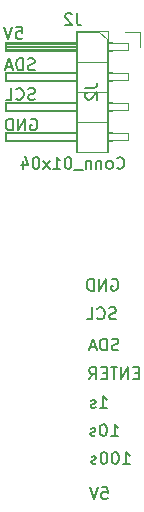
<source format=gbr>
%TF.GenerationSoftware,KiCad,Pcbnew,(5.1.7)-1*%
%TF.CreationDate,2021-12-31T12:19:26+00:00*%
%TF.ProjectId,ControlMenu-PCB,436f6e74-726f-46c4-9d65-6e752d504342,rev?*%
%TF.SameCoordinates,Original*%
%TF.FileFunction,Legend,Bot*%
%TF.FilePolarity,Positive*%
%FSLAX46Y46*%
G04 Gerber Fmt 4.6, Leading zero omitted, Abs format (unit mm)*
G04 Created by KiCad (PCBNEW (5.1.7)-1) date 2021-12-31 12:19:26*
%MOMM*%
%LPD*%
G01*
G04 APERTURE LIST*
%ADD10C,0.150000*%
%ADD11C,0.120000*%
%ADD12C,0.100000*%
G04 APERTURE END LIST*
D10*
X264380476Y-148472380D02*
X264856666Y-148472380D01*
X264904285Y-148948571D01*
X264856666Y-148900952D01*
X264761428Y-148853333D01*
X264523333Y-148853333D01*
X264428095Y-148900952D01*
X264380476Y-148948571D01*
X264332857Y-149043809D01*
X264332857Y-149281904D01*
X264380476Y-149377142D01*
X264428095Y-149424761D01*
X264523333Y-149472380D01*
X264761428Y-149472380D01*
X264856666Y-149424761D01*
X264904285Y-149377142D01*
X264047142Y-148472380D02*
X263713809Y-149472380D01*
X263380476Y-148472380D01*
X266181428Y-146512380D02*
X266752857Y-146512380D01*
X266467142Y-146512380D02*
X266467142Y-145512380D01*
X266562380Y-145655238D01*
X266657619Y-145750476D01*
X266752857Y-145798095D01*
X265562380Y-145512380D02*
X265467142Y-145512380D01*
X265371904Y-145560000D01*
X265324285Y-145607619D01*
X265276666Y-145702857D01*
X265229047Y-145893333D01*
X265229047Y-146131428D01*
X265276666Y-146321904D01*
X265324285Y-146417142D01*
X265371904Y-146464761D01*
X265467142Y-146512380D01*
X265562380Y-146512380D01*
X265657619Y-146464761D01*
X265705238Y-146417142D01*
X265752857Y-146321904D01*
X265800476Y-146131428D01*
X265800476Y-145893333D01*
X265752857Y-145702857D01*
X265705238Y-145607619D01*
X265657619Y-145560000D01*
X265562380Y-145512380D01*
X264610000Y-145512380D02*
X264514761Y-145512380D01*
X264419523Y-145560000D01*
X264371904Y-145607619D01*
X264324285Y-145702857D01*
X264276666Y-145893333D01*
X264276666Y-146131428D01*
X264324285Y-146321904D01*
X264371904Y-146417142D01*
X264419523Y-146464761D01*
X264514761Y-146512380D01*
X264610000Y-146512380D01*
X264705238Y-146464761D01*
X264752857Y-146417142D01*
X264800476Y-146321904D01*
X264848095Y-146131428D01*
X264848095Y-145893333D01*
X264800476Y-145702857D01*
X264752857Y-145607619D01*
X264705238Y-145560000D01*
X264610000Y-145512380D01*
X263895714Y-146464761D02*
X263800476Y-146512380D01*
X263610000Y-146512380D01*
X263514761Y-146464761D01*
X263467142Y-146369523D01*
X263467142Y-146321904D01*
X263514761Y-146226666D01*
X263610000Y-146179047D01*
X263752857Y-146179047D01*
X263848095Y-146131428D01*
X263895714Y-146036190D01*
X263895714Y-145988571D01*
X263848095Y-145893333D01*
X263752857Y-145845714D01*
X263610000Y-145845714D01*
X263514761Y-145893333D01*
X265175238Y-144142380D02*
X265746666Y-144142380D01*
X265460952Y-144142380D02*
X265460952Y-143142380D01*
X265556190Y-143285238D01*
X265651428Y-143380476D01*
X265746666Y-143428095D01*
X264556190Y-143142380D02*
X264460952Y-143142380D01*
X264365714Y-143190000D01*
X264318095Y-143237619D01*
X264270476Y-143332857D01*
X264222857Y-143523333D01*
X264222857Y-143761428D01*
X264270476Y-143951904D01*
X264318095Y-144047142D01*
X264365714Y-144094761D01*
X264460952Y-144142380D01*
X264556190Y-144142380D01*
X264651428Y-144094761D01*
X264699047Y-144047142D01*
X264746666Y-143951904D01*
X264794285Y-143761428D01*
X264794285Y-143523333D01*
X264746666Y-143332857D01*
X264699047Y-143237619D01*
X264651428Y-143190000D01*
X264556190Y-143142380D01*
X263841904Y-144094761D02*
X263746666Y-144142380D01*
X263556190Y-144142380D01*
X263460952Y-144094761D01*
X263413333Y-143999523D01*
X263413333Y-143951904D01*
X263460952Y-143856666D01*
X263556190Y-143809047D01*
X263699047Y-143809047D01*
X263794285Y-143761428D01*
X263841904Y-143666190D01*
X263841904Y-143618571D01*
X263794285Y-143523333D01*
X263699047Y-143475714D01*
X263556190Y-143475714D01*
X263460952Y-143523333D01*
X264239047Y-141772380D02*
X264810476Y-141772380D01*
X264524761Y-141772380D02*
X264524761Y-140772380D01*
X264620000Y-140915238D01*
X264715238Y-141010476D01*
X264810476Y-141058095D01*
X263858095Y-141724761D02*
X263762857Y-141772380D01*
X263572380Y-141772380D01*
X263477142Y-141724761D01*
X263429523Y-141629523D01*
X263429523Y-141581904D01*
X263477142Y-141486666D01*
X263572380Y-141439047D01*
X263715238Y-141439047D01*
X263810476Y-141391428D01*
X263858095Y-141296190D01*
X263858095Y-141248571D01*
X263810476Y-141153333D01*
X263715238Y-141105714D01*
X263572380Y-141105714D01*
X263477142Y-141153333D01*
X267511428Y-138808571D02*
X267178095Y-138808571D01*
X267035238Y-139332380D02*
X267511428Y-139332380D01*
X267511428Y-138332380D01*
X267035238Y-138332380D01*
X266606666Y-139332380D02*
X266606666Y-138332380D01*
X266035238Y-139332380D01*
X266035238Y-138332380D01*
X265701904Y-138332380D02*
X265130476Y-138332380D01*
X265416190Y-139332380D02*
X265416190Y-138332380D01*
X264797142Y-138808571D02*
X264463809Y-138808571D01*
X264320952Y-139332380D02*
X264797142Y-139332380D01*
X264797142Y-138332380D01*
X264320952Y-138332380D01*
X263320952Y-139332380D02*
X263654285Y-138856190D01*
X263892380Y-139332380D02*
X263892380Y-138332380D01*
X263511428Y-138332380D01*
X263416190Y-138380000D01*
X263368571Y-138427619D01*
X263320952Y-138522857D01*
X263320952Y-138665714D01*
X263368571Y-138760952D01*
X263416190Y-138808571D01*
X263511428Y-138856190D01*
X263892380Y-138856190D01*
X265794285Y-136854761D02*
X265651428Y-136902380D01*
X265413333Y-136902380D01*
X265318095Y-136854761D01*
X265270476Y-136807142D01*
X265222857Y-136711904D01*
X265222857Y-136616666D01*
X265270476Y-136521428D01*
X265318095Y-136473809D01*
X265413333Y-136426190D01*
X265603809Y-136378571D01*
X265699047Y-136330952D01*
X265746666Y-136283333D01*
X265794285Y-136188095D01*
X265794285Y-136092857D01*
X265746666Y-135997619D01*
X265699047Y-135950000D01*
X265603809Y-135902380D01*
X265365714Y-135902380D01*
X265222857Y-135950000D01*
X264794285Y-136902380D02*
X264794285Y-135902380D01*
X264556190Y-135902380D01*
X264413333Y-135950000D01*
X264318095Y-136045238D01*
X264270476Y-136140476D01*
X264222857Y-136330952D01*
X264222857Y-136473809D01*
X264270476Y-136664285D01*
X264318095Y-136759523D01*
X264413333Y-136854761D01*
X264556190Y-136902380D01*
X264794285Y-136902380D01*
X263841904Y-136616666D02*
X263365714Y-136616666D01*
X263937142Y-136902380D02*
X263603809Y-135902380D01*
X263270476Y-136902380D01*
X265580476Y-134214761D02*
X265437619Y-134262380D01*
X265199523Y-134262380D01*
X265104285Y-134214761D01*
X265056666Y-134167142D01*
X265009047Y-134071904D01*
X265009047Y-133976666D01*
X265056666Y-133881428D01*
X265104285Y-133833809D01*
X265199523Y-133786190D01*
X265390000Y-133738571D01*
X265485238Y-133690952D01*
X265532857Y-133643333D01*
X265580476Y-133548095D01*
X265580476Y-133452857D01*
X265532857Y-133357619D01*
X265485238Y-133310000D01*
X265390000Y-133262380D01*
X265151904Y-133262380D01*
X265009047Y-133310000D01*
X264009047Y-134167142D02*
X264056666Y-134214761D01*
X264199523Y-134262380D01*
X264294761Y-134262380D01*
X264437619Y-134214761D01*
X264532857Y-134119523D01*
X264580476Y-134024285D01*
X264628095Y-133833809D01*
X264628095Y-133690952D01*
X264580476Y-133500476D01*
X264532857Y-133405238D01*
X264437619Y-133310000D01*
X264294761Y-133262380D01*
X264199523Y-133262380D01*
X264056666Y-133310000D01*
X264009047Y-133357619D01*
X263104285Y-134262380D02*
X263580476Y-134262380D01*
X263580476Y-133262380D01*
X265211904Y-130880000D02*
X265307142Y-130832380D01*
X265450000Y-130832380D01*
X265592857Y-130880000D01*
X265688095Y-130975238D01*
X265735714Y-131070476D01*
X265783333Y-131260952D01*
X265783333Y-131403809D01*
X265735714Y-131594285D01*
X265688095Y-131689523D01*
X265592857Y-131784761D01*
X265450000Y-131832380D01*
X265354761Y-131832380D01*
X265211904Y-131784761D01*
X265164285Y-131737142D01*
X265164285Y-131403809D01*
X265354761Y-131403809D01*
X264735714Y-131832380D02*
X264735714Y-130832380D01*
X264164285Y-131832380D01*
X264164285Y-130832380D01*
X263688095Y-131832380D02*
X263688095Y-130832380D01*
X263450000Y-130832380D01*
X263307142Y-130880000D01*
X263211904Y-130975238D01*
X263164285Y-131070476D01*
X263116666Y-131260952D01*
X263116666Y-131403809D01*
X263164285Y-131594285D01*
X263211904Y-131689523D01*
X263307142Y-131784761D01*
X263450000Y-131832380D01*
X263688095Y-131832380D01*
X257130476Y-109512380D02*
X257606666Y-109512380D01*
X257654285Y-109988571D01*
X257606666Y-109940952D01*
X257511428Y-109893333D01*
X257273333Y-109893333D01*
X257178095Y-109940952D01*
X257130476Y-109988571D01*
X257082857Y-110083809D01*
X257082857Y-110321904D01*
X257130476Y-110417142D01*
X257178095Y-110464761D01*
X257273333Y-110512380D01*
X257511428Y-110512380D01*
X257606666Y-110464761D01*
X257654285Y-110417142D01*
X256797142Y-109512380D02*
X256463809Y-110512380D01*
X256130476Y-109512380D01*
X258694285Y-113124761D02*
X258551428Y-113172380D01*
X258313333Y-113172380D01*
X258218095Y-113124761D01*
X258170476Y-113077142D01*
X258122857Y-112981904D01*
X258122857Y-112886666D01*
X258170476Y-112791428D01*
X258218095Y-112743809D01*
X258313333Y-112696190D01*
X258503809Y-112648571D01*
X258599047Y-112600952D01*
X258646666Y-112553333D01*
X258694285Y-112458095D01*
X258694285Y-112362857D01*
X258646666Y-112267619D01*
X258599047Y-112220000D01*
X258503809Y-112172380D01*
X258265714Y-112172380D01*
X258122857Y-112220000D01*
X257694285Y-113172380D02*
X257694285Y-112172380D01*
X257456190Y-112172380D01*
X257313333Y-112220000D01*
X257218095Y-112315238D01*
X257170476Y-112410476D01*
X257122857Y-112600952D01*
X257122857Y-112743809D01*
X257170476Y-112934285D01*
X257218095Y-113029523D01*
X257313333Y-113124761D01*
X257456190Y-113172380D01*
X257694285Y-113172380D01*
X256741904Y-112886666D02*
X256265714Y-112886666D01*
X256837142Y-113172380D02*
X256503809Y-112172380D01*
X256170476Y-113172380D01*
X258710476Y-115644761D02*
X258567619Y-115692380D01*
X258329523Y-115692380D01*
X258234285Y-115644761D01*
X258186666Y-115597142D01*
X258139047Y-115501904D01*
X258139047Y-115406666D01*
X258186666Y-115311428D01*
X258234285Y-115263809D01*
X258329523Y-115216190D01*
X258520000Y-115168571D01*
X258615238Y-115120952D01*
X258662857Y-115073333D01*
X258710476Y-114978095D01*
X258710476Y-114882857D01*
X258662857Y-114787619D01*
X258615238Y-114740000D01*
X258520000Y-114692380D01*
X258281904Y-114692380D01*
X258139047Y-114740000D01*
X257139047Y-115597142D02*
X257186666Y-115644761D01*
X257329523Y-115692380D01*
X257424761Y-115692380D01*
X257567619Y-115644761D01*
X257662857Y-115549523D01*
X257710476Y-115454285D01*
X257758095Y-115263809D01*
X257758095Y-115120952D01*
X257710476Y-114930476D01*
X257662857Y-114835238D01*
X257567619Y-114740000D01*
X257424761Y-114692380D01*
X257329523Y-114692380D01*
X257186666Y-114740000D01*
X257139047Y-114787619D01*
X256234285Y-115692380D02*
X256710476Y-115692380D01*
X256710476Y-114692380D01*
X258361904Y-117320000D02*
X258457142Y-117272380D01*
X258600000Y-117272380D01*
X258742857Y-117320000D01*
X258838095Y-117415238D01*
X258885714Y-117510476D01*
X258933333Y-117700952D01*
X258933333Y-117843809D01*
X258885714Y-118034285D01*
X258838095Y-118129523D01*
X258742857Y-118224761D01*
X258600000Y-118272380D01*
X258504761Y-118272380D01*
X258361904Y-118224761D01*
X258314285Y-118177142D01*
X258314285Y-117843809D01*
X258504761Y-117843809D01*
X257885714Y-118272380D02*
X257885714Y-117272380D01*
X257314285Y-118272380D01*
X257314285Y-117272380D01*
X256838095Y-118272380D02*
X256838095Y-117272380D01*
X256600000Y-117272380D01*
X256457142Y-117320000D01*
X256361904Y-117415238D01*
X256314285Y-117510476D01*
X256266666Y-117700952D01*
X256266666Y-117843809D01*
X256314285Y-118034285D01*
X256361904Y-118129523D01*
X256457142Y-118224761D01*
X256600000Y-118272380D01*
X256838095Y-118272380D01*
D11*
%TO.C,J2*%
X267590000Y-109910000D02*
X266320000Y-109910000D01*
X267590000Y-111180000D02*
X267590000Y-109910000D01*
X265277071Y-119180000D02*
X264880000Y-119180000D01*
X265277071Y-118420000D02*
X264880000Y-118420000D01*
X256220000Y-119180000D02*
X262220000Y-119180000D01*
X256220000Y-118420000D02*
X256220000Y-119180000D01*
X262220000Y-118420000D02*
X256220000Y-118420000D01*
X264880000Y-117530000D02*
X262220000Y-117530000D01*
X265277071Y-116640000D02*
X264880000Y-116640000D01*
X265277071Y-115880000D02*
X264880000Y-115880000D01*
X256220000Y-116640000D02*
X262220000Y-116640000D01*
X256220000Y-115880000D02*
X256220000Y-116640000D01*
X262220000Y-115880000D02*
X256220000Y-115880000D01*
X264880000Y-114990000D02*
X262220000Y-114990000D01*
X265277071Y-114100000D02*
X264880000Y-114100000D01*
X265277071Y-113340000D02*
X264880000Y-113340000D01*
X256220000Y-114100000D02*
X262220000Y-114100000D01*
X256220000Y-113340000D02*
X256220000Y-114100000D01*
X262220000Y-113340000D02*
X256220000Y-113340000D01*
X264880000Y-112450000D02*
X262220000Y-112450000D01*
X265210000Y-111560000D02*
X264880000Y-111560000D01*
X265210000Y-110800000D02*
X264880000Y-110800000D01*
X262220000Y-111460000D02*
X256220000Y-111460000D01*
X262220000Y-111340000D02*
X256220000Y-111340000D01*
X262220000Y-111220000D02*
X256220000Y-111220000D01*
X262220000Y-111100000D02*
X256220000Y-111100000D01*
X262220000Y-110980000D02*
X256220000Y-110980000D01*
X262220000Y-110860000D02*
X256220000Y-110860000D01*
X256220000Y-111560000D02*
X262220000Y-111560000D01*
X256220000Y-110800000D02*
X256220000Y-111560000D01*
X262220000Y-110800000D02*
X256220000Y-110800000D01*
X262220000Y-109850000D02*
X264880000Y-109850000D01*
X262220000Y-120130000D02*
X262220000Y-109850000D01*
X264880000Y-120130000D02*
X262220000Y-120130000D01*
X264880000Y-109850000D02*
X264880000Y-120130000D01*
D12*
X262280000Y-119120000D02*
X256280000Y-119120000D01*
X256280000Y-118480000D02*
X256280000Y-119120000D01*
X262280000Y-118480000D02*
X256280000Y-118480000D01*
X266640000Y-119120000D02*
X264820000Y-119120000D01*
X266640000Y-118480000D02*
X266640000Y-119120000D01*
X266640000Y-118480000D02*
X264820000Y-118480000D01*
X262280000Y-116580000D02*
X256280000Y-116580000D01*
X256280000Y-115940000D02*
X256280000Y-116580000D01*
X262280000Y-115940000D02*
X256280000Y-115940000D01*
X266640000Y-116580000D02*
X264820000Y-116580000D01*
X266640000Y-115940000D02*
X266640000Y-116580000D01*
X266640000Y-115940000D02*
X264820000Y-115940000D01*
X262280000Y-114040000D02*
X256280000Y-114040000D01*
X256280000Y-113400000D02*
X256280000Y-114040000D01*
X262280000Y-113400000D02*
X256280000Y-113400000D01*
X266640000Y-114040000D02*
X264820000Y-114040000D01*
X266640000Y-113400000D02*
X266640000Y-114040000D01*
X266640000Y-113400000D02*
X264820000Y-113400000D01*
X262280000Y-111500000D02*
X256280000Y-111500000D01*
X256280000Y-110860000D02*
X256280000Y-111500000D01*
X262280000Y-110860000D02*
X256280000Y-110860000D01*
X266640000Y-111500000D02*
X264820000Y-111500000D01*
X266640000Y-110860000D02*
X266640000Y-111500000D01*
X266640000Y-110860000D02*
X264820000Y-110860000D01*
X264820000Y-110545000D02*
X264185000Y-109910000D01*
X264820000Y-120070000D02*
X264820000Y-110545000D01*
X262280000Y-120070000D02*
X264820000Y-120070000D01*
X262280000Y-109910000D02*
X262280000Y-120070000D01*
X264185000Y-109910000D02*
X262280000Y-109910000D01*
D10*
X262268333Y-108362380D02*
X262268333Y-109076666D01*
X262315952Y-109219523D01*
X262411190Y-109314761D01*
X262554047Y-109362380D01*
X262649285Y-109362380D01*
X261839761Y-108457619D02*
X261792142Y-108410000D01*
X261696904Y-108362380D01*
X261458809Y-108362380D01*
X261363571Y-108410000D01*
X261315952Y-108457619D01*
X261268333Y-108552857D01*
X261268333Y-108648095D01*
X261315952Y-108790952D01*
X261887380Y-109362380D01*
X261268333Y-109362380D01*
X265673095Y-121427142D02*
X265720714Y-121474761D01*
X265863571Y-121522380D01*
X265958809Y-121522380D01*
X266101666Y-121474761D01*
X266196904Y-121379523D01*
X266244523Y-121284285D01*
X266292142Y-121093809D01*
X266292142Y-120950952D01*
X266244523Y-120760476D01*
X266196904Y-120665238D01*
X266101666Y-120570000D01*
X265958809Y-120522380D01*
X265863571Y-120522380D01*
X265720714Y-120570000D01*
X265673095Y-120617619D01*
X265101666Y-121522380D02*
X265196904Y-121474761D01*
X265244523Y-121427142D01*
X265292142Y-121331904D01*
X265292142Y-121046190D01*
X265244523Y-120950952D01*
X265196904Y-120903333D01*
X265101666Y-120855714D01*
X264958809Y-120855714D01*
X264863571Y-120903333D01*
X264815952Y-120950952D01*
X264768333Y-121046190D01*
X264768333Y-121331904D01*
X264815952Y-121427142D01*
X264863571Y-121474761D01*
X264958809Y-121522380D01*
X265101666Y-121522380D01*
X264339761Y-120855714D02*
X264339761Y-121522380D01*
X264339761Y-120950952D02*
X264292142Y-120903333D01*
X264196904Y-120855714D01*
X264054047Y-120855714D01*
X263958809Y-120903333D01*
X263911190Y-120998571D01*
X263911190Y-121522380D01*
X263435000Y-120855714D02*
X263435000Y-121522380D01*
X263435000Y-120950952D02*
X263387380Y-120903333D01*
X263292142Y-120855714D01*
X263149285Y-120855714D01*
X263054047Y-120903333D01*
X263006428Y-120998571D01*
X263006428Y-121522380D01*
X262768333Y-121617619D02*
X262006428Y-121617619D01*
X261577857Y-120522380D02*
X261482619Y-120522380D01*
X261387380Y-120570000D01*
X261339761Y-120617619D01*
X261292142Y-120712857D01*
X261244523Y-120903333D01*
X261244523Y-121141428D01*
X261292142Y-121331904D01*
X261339761Y-121427142D01*
X261387380Y-121474761D01*
X261482619Y-121522380D01*
X261577857Y-121522380D01*
X261673095Y-121474761D01*
X261720714Y-121427142D01*
X261768333Y-121331904D01*
X261815952Y-121141428D01*
X261815952Y-120903333D01*
X261768333Y-120712857D01*
X261720714Y-120617619D01*
X261673095Y-120570000D01*
X261577857Y-120522380D01*
X260292142Y-121522380D02*
X260863571Y-121522380D01*
X260577857Y-121522380D02*
X260577857Y-120522380D01*
X260673095Y-120665238D01*
X260768333Y-120760476D01*
X260863571Y-120808095D01*
X259958809Y-121522380D02*
X259435000Y-120855714D01*
X259958809Y-120855714D02*
X259435000Y-121522380D01*
X258863571Y-120522380D02*
X258768333Y-120522380D01*
X258673095Y-120570000D01*
X258625476Y-120617619D01*
X258577857Y-120712857D01*
X258530238Y-120903333D01*
X258530238Y-121141428D01*
X258577857Y-121331904D01*
X258625476Y-121427142D01*
X258673095Y-121474761D01*
X258768333Y-121522380D01*
X258863571Y-121522380D01*
X258958809Y-121474761D01*
X259006428Y-121427142D01*
X259054047Y-121331904D01*
X259101666Y-121141428D01*
X259101666Y-120903333D01*
X259054047Y-120712857D01*
X259006428Y-120617619D01*
X258958809Y-120570000D01*
X258863571Y-120522380D01*
X257673095Y-120855714D02*
X257673095Y-121522380D01*
X257911190Y-120474761D02*
X258149285Y-121189047D01*
X257530238Y-121189047D01*
X263002380Y-114656666D02*
X263716666Y-114656666D01*
X263859523Y-114609047D01*
X263954761Y-114513809D01*
X264002380Y-114370952D01*
X264002380Y-114275714D01*
X263097619Y-115085238D02*
X263050000Y-115132857D01*
X263002380Y-115228095D01*
X263002380Y-115466190D01*
X263050000Y-115561428D01*
X263097619Y-115609047D01*
X263192857Y-115656666D01*
X263288095Y-115656666D01*
X263430952Y-115609047D01*
X264002380Y-115037619D01*
X264002380Y-115656666D01*
%TD*%
M02*

</source>
